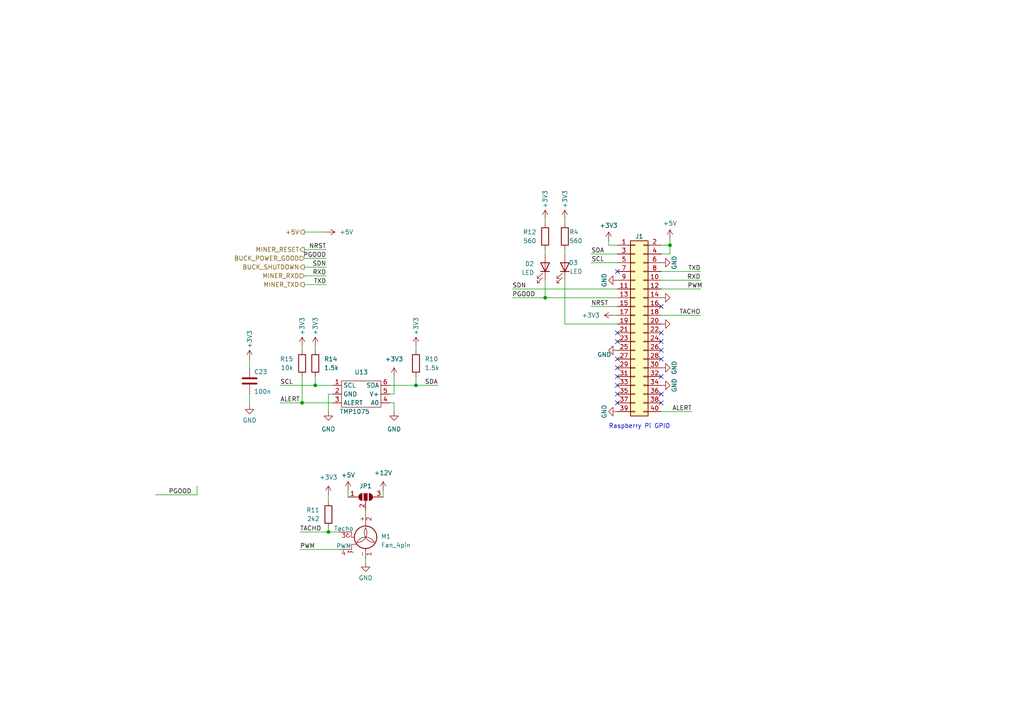
<source format=kicad_sch>
(kicad_sch (version 20230121) (generator eeschema)
  (paper "A4")
  (lib_symbols
    (symbol "Device:C" (pin_numbers hide) (pin_names (offset 0.254))
      (property "Reference" "C" (at 0.635 2.54 0))
      (property "Value" "C" (at 0.635 -2.54 0))
      (symbol "C_0_1"
        (polyline (pts (xy -2.032 -0.762) (xy 2.032 -0.762)) (stroke (width 0.508)))
        (polyline (pts (xy -2.032 0.762) (xy 2.032 0.762)) (stroke (width 0.508)))
      )
      (symbol "C_1_1"
        (pin passive line (at 0 3.81 270) (length 2.794) (name "~") (number "1"))
        (pin passive line (at 0 -3.81 90) (length 2.794) (name "~") (number "2"))
      )
    )
    (symbol "Device:LED" (pin_numbers hide) (pin_names (offset 1.016) hide)
      (property "Reference" "D" (at 0 2.54 0))
      (property "Value" "LED" (at 0 -2.54 0))
      (symbol "LED_0_1"
        (polyline (pts (xy -1.27 -1.27) (xy -1.27 1.27)) (stroke (width 0.254)))
        (polyline (pts (xy -1.27 0) (xy 1.27 0)))
        (polyline (pts (xy 1.27 -1.27) (xy 1.27 1.27) (xy -1.27 0) (xy 1.27 -1.27)) (stroke (width 0.254)))
        (polyline (pts (xy -3.048 -0.762) (xy -4.572 -2.286) (xy -3.81 -2.286) (xy -4.572 -2.286) (xy -4.572 -1.524)))
        (polyline (pts (xy -1.778 -0.762) (xy -3.302 -2.286) (xy -2.54 -2.286) (xy -3.302 -2.286) (xy -3.302 -1.524)))
      )
      (symbol "LED_1_1"
        (pin passive line (at -3.81 0 0) (length 2.54) (name "K") (number "1"))
        (pin passive line (at 3.81 0 180) (length 2.54) (name "A") (number "2"))
      )
    )
    (symbol "Device:R" (pin_numbers hide) (pin_names (offset 0))
      (property "Reference" "R" (at 2.032 0 90))
      (property "Value" "R" (at 0 0 90))
      (symbol "R_0_1"
        (rectangle (start -1.016 -2.54) (end 1.016 2.54) (stroke (width 0.254)))
      )
      (symbol "R_1_1"
        (pin passive line (at 0 3.81 270) (length 1.27) (name "~") (number "1"))
        (pin passive line (at 0 -3.81 90) (length 1.27) (name "~") (number "2"))
      )
    )
    (symbol "GND_1" (power) (pin_names (offset 0))
      (property "Value" "GND_1" (at 0 -3.81 0))
      (symbol "GND_1_0_1"
        (polyline (pts (xy 0 0) (xy 0 -1.27) (xy 1.27 -1.27) (xy 0 -2.54) (xy -1.27 -1.27) (xy 0 -1.27)))
      )
      (symbol "GND_1_1_1"
        (pin power_in line (at 0 0 270) (length 0) hide (name "GND") (number "1"))
      )
    )
    (symbol "Jumper:SolderJumper_3_Open" (pin_names (offset 0) hide)
      (property "Reference" "JP" (at -2.54 -2.54 0))
      (property "Value" "SolderJumper_3_Open" (at 0 2.794 0))
      (symbol "SolderJumper_3_Open_0_1"
        (arc (start -1.016 1.016) (mid -2.0276 0) (end -1.016 -1.016))
        (arc (start -1.016 1.016) (mid -2.0276 0) (end -1.016 -1.016) (fill (type outline)))
        (rectangle (start -0.508 1.016) (end 0.508 -1.016) (fill (type outline)))
        (polyline (pts (xy -2.54 0) (xy -2.032 0)))
        (polyline (pts (xy -1.016 1.016) (xy -1.016 -1.016)))
        (polyline (pts (xy 0 -1.27) (xy 0 -1.016)))
        (polyline (pts (xy 1.016 1.016) (xy 1.016 -1.016)))
        (polyline (pts (xy 2.54 0) (xy 2.032 0)))
        (arc (start 1.016 -1.016) (mid 2.0276 0) (end 1.016 1.016))
        (arc (start 1.016 -1.016) (mid 2.0276 0) (end 1.016 1.016) (fill (type outline)))
      )
      (symbol "SolderJumper_3_Open_1_1"
        (pin passive line (at -5.08 0 0) (length 2.54) (name "A") (number "1"))
        (pin passive line (at 0 -3.81 90) (length 2.54) (name "C") (number "2"))
        (pin passive line (at 5.08 0 180) (length 2.54) (name "B") (number "3"))
      )
    )
    (symbol "Motor:Fan_4pin" (pin_names (offset 0))
      (property "Reference" "M" (at 2.54 5.08 0))
      (property "Value" "Fan_4pin" (at 2.54 -2.54 0))
      (symbol "Fan_4pin_0_0"
        (arc (start -5.588 1.524) (mid -5.08 1.0182) (end -4.572 1.524))
        (arc (start -5.08 2.032) (mid -5.4392 1.8832) (end -5.588 1.524))
        (polyline (pts (xy -5.08 2.032) (xy -5.334 2.159)))
        (polyline (pts (xy -5.08 2.032) (xy -5.207 1.778)))
        (polyline (pts (xy -4.064 2.54) (xy -4.064 1.016) (xy -3.302 1.016)))
      )
      (symbol "Fan_4pin_0_1"
        (arc (start -2.54 -0.508) (mid 0.0028 0.9121) (end 0 3.81))
        (polyline (pts (xy -4.064 2.54) (xy -5.08 2.54)))
        (polyline (pts (xy 0 -5.08) (xy 0 -4.572)))
        (polyline (pts (xy 0 -2.2352) (xy 0 -2.6416)))
        (polyline (pts (xy 0 4.2672) (xy 0 4.6228)))
        (polyline (pts (xy 0 4.572) (xy 0 5.08)))
        (polyline (pts (xy -2.54 -1.016) (xy -4.064 -1.016) (xy -4.064 -2.54) (xy -5.08 -2.54)))
        (polyline (pts (xy -5.334 -3.302) (xy -5.08 -3.302) (xy -5.08 -3.048) (xy -4.826 -3.048) (xy -4.826 -3.302) (xy -4.318 -3.302) (xy -4.318 -3.048) (xy -4.064 -3.048) (xy -4.064 -3.302) (xy -3.556 -3.302)))
        (circle (center 0 1.016) (radius 3.2512) (stroke (width 0.254)))
        (arc (start 0 3.81) (mid 0.053 0.921) (end 2.54 -0.508))
        (arc (start 2.54 -0.508) (mid 0 1.0618) (end -2.54 -0.508))
      )
      (symbol "Fan_4pin_1_1"
        (pin passive line (at 0 -5.08 90) (length 2.54) (name "-") (number "1"))
        (pin passive line (at 0 7.62 270) (length 2.54) (name "+") (number "2"))
        (pin passive line (at -7.62 2.54 0) (length 2.54) (name "Tacho") (number "3"))
        (pin input line (at -7.62 -2.54 0) (length 2.54) (name "PWM") (number "4"))
      )
    )
    (symbol "mylib7:TMP1075-DRL-SOT563"
      (property "Reference" "U" (at -5.08 5.08 0))
      (symbol "TMP1075-DRL-SOT563_0_1"
        (rectangle (start -6.35 3.81) (end 5.08 -3.81))
      )
      (symbol "TMP1075-DRL-SOT563_1_1"
        (pin open_collector line (at -8.89 2.54 0) (length 2.54) (name "SCL") (number "1"))
        (pin power_in line (at -8.89 0 0) (length 2.54) (name "GND") (number "2"))
        (pin open_collector line (at -8.89 -2.54 0) (length 2.54) (name "ALERT") (number "3"))
        (pin input line (at 7.62 -2.54 180) (length 2.54) (name "A0") (number "4"))
        (pin power_in line (at 7.62 0 180) (length 2.54) (name "V+") (number "5"))
        (pin open_collector line (at 7.62 2.54 180) (length 2.54) (name "SDA") (number "6"))
      )
    )
    (symbol "pearldiver-rescue:Conn_02x20_Odd_Even-pearldiver-rescue" (pin_names (offset 1.016) hide)
      (property "Reference" "J" (at 1.27 25.4 0))
      (property "Value" "Conn_02x20_Odd_Even-pearldiver-rescue" (at 1.27 -27.94 0))
      (symbol "Conn_02x20_Odd_Even-pearldiver-rescue_1_1"
        (rectangle (start -1.27 -25.273) (end 0 -25.527) (stroke (width 0.1524)))
        (rectangle (start -1.27 -22.733) (end 0 -22.987) (stroke (width 0.1524)))
        (rectangle (start -1.27 -20.193) (end 0 -20.447) (stroke (width 0.1524)))
        (rectangle (start -1.27 -17.653) (end 0 -17.907) (stroke (width 0.1524)))
        (rectangle (start -1.27 -15.113) (end 0 -15.367) (stroke (width 0.1524)))
        (rectangle (start -1.27 -12.573) (end 0 -12.827) (stroke (width 0.1524)))
        (rectangle (start -1.27 -10.033) (end 0 -10.287) (stroke (width 0.1524)))
        (rectangle (start -1.27 -7.493) (end 0 -7.747) (stroke (width 0.1524)))
        (rectangle (start -1.27 -4.953) (end 0 -5.207) (stroke (width 0.1524)))
        (rectangle (start -1.27 -2.413) (end 0 -2.667) (stroke (width 0.1524)))
        (rectangle (start -1.27 0.127) (end 0 -0.127) (stroke (width 0.1524)))
        (rectangle (start -1.27 2.667) (end 0 2.413) (stroke (width 0.1524)))
        (rectangle (start -1.27 5.207) (end 0 4.953) (stroke (width 0.1524)))
        (rectangle (start -1.27 7.747) (end 0 7.493) (stroke (width 0.1524)))
        (rectangle (start -1.27 10.287) (end 0 10.033) (stroke (width 0.1524)))
        (rectangle (start -1.27 12.827) (end 0 12.573) (stroke (width 0.1524)))
        (rectangle (start -1.27 15.367) (end 0 15.113) (stroke (width 0.1524)))
        (rectangle (start -1.27 17.907) (end 0 17.653) (stroke (width 0.1524)))
        (rectangle (start -1.27 20.447) (end 0 20.193) (stroke (width 0.1524)))
        (rectangle (start -1.27 22.987) (end 0 22.733) (stroke (width 0.1524)))
        (rectangle (start -1.27 24.13) (end 3.81 -26.67) (stroke (width 0.254)) (fill (type background)))
        (rectangle (start 3.81 -25.273) (end 2.54 -25.527) (stroke (width 0.1524)))
        (rectangle (start 3.81 -22.733) (end 2.54 -22.987) (stroke (width 0.1524)))
        (rectangle (start 3.81 -20.193) (end 2.54 -20.447) (stroke (width 0.1524)))
        (rectangle (start 3.81 -17.653) (end 2.54 -17.907) (stroke (width 0.1524)))
        (rectangle (start 3.81 -15.113) (end 2.54 -15.367) (stroke (width 0.1524)))
        (rectangle (start 3.81 -12.573) (end 2.54 -12.827) (stroke (width 0.1524)))
        (rectangle (start 3.81 -10.033) (end 2.54 -10.287) (stroke (width 0.1524)))
        (rectangle (start 3.81 -7.493) (end 2.54 -7.747) (stroke (width 0.1524)))
        (rectangle (start 3.81 -4.953) (end 2.54 -5.207) (stroke (width 0.1524)))
        (rectangle (start 3.81 -2.413) (end 2.54 -2.667) (stroke (width 0.1524)))
        (rectangle (start 3.81 0.127) (end 2.54 -0.127) (stroke (width 0.1524)))
        (rectangle (start 3.81 2.667) (end 2.54 2.413) (stroke (width 0.1524)))
        (rectangle (start 3.81 5.207) (end 2.54 4.953) (stroke (width 0.1524)))
        (rectangle (start 3.81 7.747) (end 2.54 7.493) (stroke (width 0.1524)))
        (rectangle (start 3.81 10.287) (end 2.54 10.033) (stroke (width 0.1524)))
        (rectangle (start 3.81 12.827) (end 2.54 12.573) (stroke (width 0.1524)))
        (rectangle (start 3.81 15.367) (end 2.54 15.113) (stroke (width 0.1524)))
        (rectangle (start 3.81 17.907) (end 2.54 17.653) (stroke (width 0.1524)))
        (rectangle (start 3.81 20.447) (end 2.54 20.193) (stroke (width 0.1524)))
        (rectangle (start 3.81 22.987) (end 2.54 22.733) (stroke (width 0.1524)))
        (pin passive line (at -5.08 22.86 0) (length 3.81) (name "Pin_1") (number "1"))
        (pin passive line (at 7.62 12.7 180) (length 3.81) (name "Pin_10") (number "10"))
        (pin passive line (at -5.08 10.16 0) (length 3.81) (name "Pin_11") (number "11"))
        (pin passive line (at 7.62 10.16 180) (length 3.81) (name "Pin_12") (number "12"))
        (pin passive line (at -5.08 7.62 0) (length 3.81) (name "Pin_13") (number "13"))
        (pin passive line (at 7.62 7.62 180) (length 3.81) (name "Pin_14") (number "14"))
        (pin passive line (at -5.08 5.08 0) (length 3.81) (name "Pin_15") (number "15"))
        (pin passive line (at 7.62 5.08 180) (length 3.81) (name "Pin_16") (number "16"))
        (pin passive line (at -5.08 2.54 0) (length 3.81) (name "Pin_17") (number "17"))
        (pin passive line (at 7.62 2.54 180) (length 3.81) (name "Pin_18") (number "18"))
        (pin passive line (at -5.08 0 0) (length 3.81) (name "Pin_19") (number "19"))
        (pin passive line (at 7.62 22.86 180) (length 3.81) (name "Pin_2") (number "2"))
        (pin passive line (at 7.62 0 180) (length 3.81) (name "Pin_20") (number "20"))
        (pin passive line (at -5.08 -2.54 0) (length 3.81) (name "Pin_21") (number "21"))
        (pin passive line (at 7.62 -2.54 180) (length 3.81) (name "Pin_22") (number "22"))
        (pin passive line (at -5.08 -5.08 0) (length 3.81) (name "Pin_23") (number "23"))
        (pin passive line (at 7.62 -5.08 180) (length 3.81) (name "Pin_24") (number "24"))
        (pin passive line (at -5.08 -7.62 0) (length 3.81) (name "Pin_25") (number "25"))
        (pin passive line (at 7.62 -7.62 180) (length 3.81) (name "Pin_26") (number "26"))
        (pin passive line (at -5.08 -10.16 0) (length 3.81) (name "Pin_27") (number "27"))
        (pin passive line (at 7.62 -10.16 180) (length 3.81) (name "Pin_28") (number "28"))
        (pin passive line (at -5.08 -12.7 0) (length 3.81) (name "Pin_29") (number "29"))
        (pin passive line (at -5.08 20.32 0) (length 3.81) (name "Pin_3") (number "3"))
        (pin passive line (at 7.62 -12.7 180) (length 3.81) (name "Pin_30") (number "30"))
        (pin passive line (at -5.08 -15.24 0) (length 3.81) (name "Pin_31") (number "31"))
        (pin passive line (at 7.62 -15.24 180) (length 3.81) (name "Pin_32") (number "32"))
        (pin passive line (at -5.08 -17.78 0) (length 3.81) (name "Pin_33") (number "33"))
        (pin passive line (at 7.62 -17.78 180) (length 3.81) (name "Pin_34") (number "34"))
        (pin passive line (at -5.08 -20.32 0) (length 3.81) (name "Pin_35") (number "35"))
        (pin passive line (at 7.62 -20.32 180) (length 3.81) (name "Pin_36") (number "36"))
        (pin passive line (at -5.08 -22.86 0) (length 3.81) (name "Pin_37") (number "37"))
        (pin passive line (at 7.62 -22.86 180) (length 3.81) (name "Pin_38") (number "38"))
        (pin passive line (at -5.08 -25.4 0) (length 3.81) (name "Pin_39") (number "39"))
        (pin passive line (at 7.62 20.32 180) (length 3.81) (name "Pin_4") (number "4"))
        (pin passive line (at 7.62 -25.4 180) (length 3.81) (name "Pin_40") (number "40"))
        (pin passive line (at -5.08 17.78 0) (length 3.81) (name "Pin_5") (number "5"))
        (pin passive line (at 7.62 17.78 180) (length 3.81) (name "Pin_6") (number "6"))
        (pin passive line (at -5.08 15.24 0) (length 3.81) (name "Pin_7") (number "7"))
        (pin passive line (at 7.62 15.24 180) (length 3.81) (name "Pin_8") (number "8"))
        (pin passive line (at -5.08 12.7 0) (length 3.81) (name "Pin_9") (number "9"))
      )
    )
    (symbol "pearldiver-rescue:GND-pearldiver-rescue" (power) (pin_names (offset 0))
      (property "Value" "GND-pearldiver-rescue" (at 0 -3.81 0))
      (symbol "GND-pearldiver-rescue_0_1"
        (polyline (pts (xy 0 0) (xy 0 -1.27) (xy 1.27 -1.27) (xy 0 -2.54) (xy -1.27 -1.27) (xy 0 -1.27)))
      )
      (symbol "GND-pearldiver-rescue_1_1"
        (pin power_in line (at 0 0 270) (length 0) hide (name "GND") (number "1"))
      )
    )
    (symbol "power:+12V" (power) (pin_names (offset 0))
      (property "Value" "+12V" (at 0 3.556 0))
      (symbol "+12V_0_1"
        (polyline (pts (xy -0.762 1.27) (xy 0 2.54)))
        (polyline (pts (xy 0 0) (xy 0 2.54)))
        (polyline (pts (xy 0 2.54) (xy 0.762 1.27)))
      )
      (symbol "+12V_1_1"
        (pin power_in line (at 0 0 90) (length 0) hide (name "+12V") (number "1"))
      )
    )
    (symbol "power:+3V3" (power) (pin_names (offset 0))
      (property "Value" "+3V3" (at 0 3.556 0))
      (symbol "+3V3_0_1"
        (polyline (pts (xy -0.762 1.27) (xy 0 2.54)))
        (polyline (pts (xy 0 0) (xy 0 2.54)))
        (polyline (pts (xy 0 2.54) (xy 0.762 1.27)))
      )
      (symbol "+3V3_1_1"
        (pin power_in line (at 0 0 90) (length 0) hide (name "+3V3") (number "1"))
      )
    )
    (symbol "power:+5V" (power) (pin_names (offset 0))
      (property "Value" "+5V" (at 0 3.556 0))
      (symbol "+5V_0_1"
        (polyline (pts (xy -0.762 1.27) (xy 0 2.54)))
        (polyline (pts (xy 0 0) (xy 0 2.54)))
        (polyline (pts (xy 0 2.54) (xy 0.762 1.27)))
      )
      (symbol "+5V_1_1"
        (pin power_in line (at 0 0 90) (length 0) hide (name "+5V") (number "1"))
      )
    )
    (symbol "power:GND" (power) (pin_names (offset 0))
      (property "Value" "GND" (at 0 -3.81 0))
      (symbol "GND_0_1"
        (polyline (pts (xy 0 0) (xy 0 -1.27) (xy 1.27 -1.27) (xy 0 -2.54) (xy -1.27 -1.27) (xy 0 -1.27)))
      )
      (symbol "GND_1_1"
        (pin power_in line (at 0 0 270) (length 0) hide (name "GND") (number "1"))
      )
    )
  )
  (junction (at 158.115 86.36))
  (junction (at 87.63 116.84))
  (junction (at 91.44 111.76))
  (junction (at 95.25 154.305))
  (junction (at 194.31 71.12))
  (junction (at 120.65 111.76))
  (no_connect (at 179.07 116.84))
  (no_connect (at 179.07 99.06))
  (no_connect (at 191.77 88.9))
  (no_connect (at 179.07 109.22))
  (no_connect (at 191.77 96.52))
  (no_connect (at 191.77 99.06))
  (no_connect (at 179.07 96.52))
  (no_connect (at 191.77 109.22))
  (no_connect (at 191.77 114.3))
  (no_connect (at 179.07 111.76))
  (no_connect (at 179.07 106.68))
  (no_connect (at 191.77 101.6))
  (no_connect (at 179.07 104.14))
  (no_connect (at 191.77 116.84))
  (no_connect (at 179.07 78.74))
  (no_connect (at 179.07 114.3))
  (no_connect (at 191.77 104.14))
  (wire (pts (xy 87.63 100.33) (xy 87.63 101.6)))
  (wire (pts (xy 177.8 91.44) (xy 179.07 91.44)))
  (wire (pts (xy 191.77 71.12) (xy 194.31 71.12)))
  (wire (pts (xy 120.65 111.76) (xy 127 111.76)))
  (wire (pts (xy 120.65 100.33) (xy 120.65 101.6)))
  (wire (pts (xy 106.045 161.925) (xy 106.045 163.195)))
  (wire (pts (xy 158.115 63.5) (xy 158.115 64.77)))
  (wire (pts (xy 95.25 143.51) (xy 95.25 145.415)))
  (wire (pts (xy 88.265 72.39) (xy 94.615 72.39)))
  (wire (pts (xy 72.39 104.14) (xy 72.39 106.68)))
  (wire (pts (xy 96.52 114.3) (xy 95.25 114.3)))
  (wire (pts (xy 113.03 114.3) (xy 114.3 114.3)))
  (wire (pts (xy 194.31 73.66) (xy 194.31 71.12)))
  (wire (pts (xy 88.265 82.55) (xy 94.615 82.55)))
  (wire (pts (xy 179.07 71.12) (xy 176.53 71.12)))
  (wire (pts (xy 100.965 142.24) (xy 100.965 144.145)))
  (wire (pts (xy 86.995 159.385) (xy 98.425 159.385)))
  (wire (pts (xy 163.83 93.98) (xy 179.07 93.98)))
  (wire (pts (xy 191.77 73.66) (xy 194.31 73.66)))
  (wire (pts (xy 191.77 91.44) (xy 203.2 91.44)))
  (wire (pts (xy 87.63 109.22) (xy 87.63 116.84)))
  (wire (pts (xy 95.25 153.035) (xy 95.25 154.305)))
  (wire (pts (xy 88.265 77.47) (xy 94.615 77.47)))
  (wire (pts (xy 194.31 69.215) (xy 194.31 71.12)))
  (wire (pts (xy 81.28 111.76) (xy 91.44 111.76)))
  (wire (pts (xy 88.265 67.31) (xy 94.615 67.31)))
  (wire (pts (xy 158.115 72.39) (xy 158.115 73.66)))
  (wire (pts (xy 148.59 86.36) (xy 158.115 86.36)))
  (wire (pts (xy 176.53 71.12) (xy 176.53 69.85)))
  (wire (pts (xy 191.77 83.82) (xy 203.2 83.82)))
  (wire (pts (xy 114.3 114.3) (xy 114.3 109.22)))
  (wire (pts (xy 91.44 109.22) (xy 91.44 111.76)))
  (wire (pts (xy 91.44 100.33) (xy 91.44 101.6)))
  (wire (pts (xy 171.45 76.2) (xy 179.07 76.2)))
  (wire (pts (xy 171.45 73.66) (xy 179.07 73.66)))
  (wire (pts (xy 148.59 83.82) (xy 179.07 83.82)))
  (wire (pts (xy 111.125 142.24) (xy 111.125 144.145)))
  (wire (pts (xy 91.44 111.76) (xy 96.52 111.76)))
  (wire (pts (xy 191.77 81.28) (xy 203.2 81.28)))
  (wire (pts (xy 158.115 81.28) (xy 158.115 86.36)))
  (wire (pts (xy 57.15 140.97) (xy 57.15 143.51)))
  (wire (pts (xy 88.265 74.93) (xy 94.615 74.93)))
  (wire (pts (xy 86.995 154.305) (xy 95.25 154.305)))
  (wire (pts (xy 191.77 78.74) (xy 203.2 78.74)))
  (wire (pts (xy 81.28 116.84) (xy 87.63 116.84)))
  (wire (pts (xy 114.3 116.84) (xy 113.03 116.84)))
  (wire (pts (xy 95.25 114.3) (xy 95.25 119.38)))
  (wire (pts (xy 158.115 86.36) (xy 179.07 86.36)))
  (wire (pts (xy 95.25 154.305) (xy 98.425 154.305)))
  (wire (pts (xy 163.83 63.5) (xy 163.83 64.77)))
  (wire (pts (xy 171.45 88.9) (xy 179.07 88.9)))
  (wire (pts (xy 163.83 72.39) (xy 163.83 73.66)))
  (wire (pts (xy 120.65 109.22) (xy 120.65 111.76)))
  (wire (pts (xy 163.83 81.28) (xy 163.83 93.98)))
  (wire (pts (xy 45.085 143.51) (xy 57.15 143.51)))
  (wire (pts (xy 106.045 147.955) (xy 106.045 149.225)))
  (wire (pts (xy 113.03 111.76) (xy 120.65 111.76)))
  (wire (pts (xy 87.63 116.84) (xy 96.52 116.84)))
  (wire (pts (xy 114.3 119.38) (xy 114.3 116.84)))
  (wire (pts (xy 88.265 80.01) (xy 94.615 80.01)))
  (wire (pts (xy 191.77 119.38) (xy 200.66 119.38)))
  (wire (pts (xy 72.39 114.3) (xy 72.39 117.475)))
  (text "Raspberry Pi GPIO" (at 176.53 124.46 0) (effects (font (size 1.27 1.27)) (justify left bottom)))
  (label "SDN" (at 94.615 77.47 180))
  (label "ALERT" (at 200.66 119.38 180))
  (label "PWM" (at 199.39 83.82 0))
  (label "SDA" (at 127 111.76 180))
  (label "NRST" (at 94.615 72.39 180))
  (label "PGOOD" (at 148.59 86.36 0))
  (label "NRST" (at 171.45 88.9 0))
  (label "SDN" (at 148.59 83.82 0))
  (label "RXD" (at 203.2 81.28 180))
  (label "TXD" (at 203.2 78.74 180))
  (label "RXD" (at 94.615 80.01 180))
  (label "ALERT" (at 81.28 116.84 0))
  (label "SDA" (at 175.26 73.66 180))
  (label "SCL" (at 175.26 76.2 180))
  (label "PGOOD" (at 48.895 143.51 0))
  (label "TXD" (at 94.615 82.55 180))
  (label "TACHO" (at 203.2 91.44 180))
  (label "PWM" (at 86.995 159.385 0))
  (label "SCL" (at 81.28 111.76 0))
  (label "TACHO" (at 86.995 154.305 0))
  (label "PGOOD" (at 94.615 74.93 180))
  (hierarchical_label "MINER_RXD" (shape input) (at 88.265 80.01 180))
  (hierarchical_label "MINER_RESET" (shape output) (at 88.265 72.39 180))
  (hierarchical_label "BUCK_SHUTDOWN" (shape output) (at 88.265 77.47 180))
  (hierarchical_label "+5V" (shape output) (at 88.265 67.31 180))
  (hierarchical_label "MINER_TXD" (shape output) (at 88.265 82.55 180))
  (hierarchical_label "BUCK_POWER_GOOD" (shape input) (at 88.265 74.93 180))
  (symbol (lib_id "Device:LED") (at 163.83 77.47 270) (mirror x) (unit 1)
    (property "Reference" "D3" (at 167.64 76.2 90) (effects (justify right)))
    (property "Value" "LED" (at 168.91 78.74 90) (effects (justify right)))
    (property "Footprint" "LED_SMD:LED_1206_3216Metric" (effects hide))
  )
  (symbol (lib_id "Device:R") (at 163.83 68.58 0) (unit 1)
    (property "Reference" "R4" (at 165.1 67.31 0) (effects (justify left)))
    (property "Value" "560" (at 165.1 69.85 0) (effects (justify left)))
    (property "Footprint" "Resistor_SMD:R_0805_2012Metric" (effects hide))
  )
  (symbol (lib_id "power:+5V") (at 194.31 69.215 0) (unit 1)
    (property "Reference" "#PWR065" (effects hide))
    (property "Value" "+5V" (at 194.31 64.77 0))
  )
  (symbol (lib_id "power:+3V3") (at 176.53 69.85 0) (unit 1)
    (property "Reference" "#PWR066" (effects hide))
    (property "Value" "+3V3" (at 176.53 65.405 0))
  )
  (symbol (lib_id "Device:R") (at 120.65 105.41 0) (unit 1)
    (property "Reference" "R10" (at 123.19 104.14 0) (effects (justify left)))
    (property "Value" "1.5k" (at 123.19 106.68 0) (effects (justify left)))
    (property "Footprint" "Resistor_SMD:R_0805_2012Metric" (effects hide))
  )
  (symbol (lib_id "power:+5V") (at 94.615 67.31 270) (unit 1)
    (property "Reference" "#PWR020" (effects hide))
    (property "Value" "+5V" (at 98.425 67.31 90) (effects (justify left)))
  )
  (symbol (lib_id "Device:R") (at 95.25 149.225 0) (mirror y) (unit 1)
    (property "Reference" "R11" (at 92.71 147.955 0) (effects (justify left)))
    (property "Value" "2k2" (at 92.71 150.495 0) (effects (justify left)))
    (property "Footprint" "Resistor_SMD:R_0805_2012Metric" (effects hide))
  )
  (symbol (lib_id "pearldiver-rescue:GND-pearldiver-rescue") (at 179.07 81.28 270) (unit 1)
    (property "Reference" "#PWR0220" (effects hide))
    (property "Value" "GND" (at 175.26 81.28 0))
    (instances (project "pearldiver" (path "" (reference "#PWR0220") (unit 1))) (project "piaxe" (path "" (reference "#PWR058") (unit 1))))
  )
  (symbol (lib_name "GND_1") (lib_id "power:GND") (at 114.3 119.38 0) (unit 1)
    (property "Reference" "#PWR097" (effects hide))
    (property "Value" "GND" (at 114.3 124.46 0))
    (instances (project "piaxe" (path "" (reference "#PWR097") (unit 1)) (path "" (reference "#PWR0102") (unit 1))))
  )
  (symbol (lib_id "power:+12V") (at 111.125 142.24 0) (unit 1)
    (property "Reference" "#PWR091" (effects hide))
    (property "Value" "+12V" (at 111.125 137.16 0))
  )
  (symbol (lib_id "pearldiver-rescue:GND-pearldiver-rescue") (at 191.77 106.68 90) (unit 1)
    (property "Reference" "#PWR0226" (effects hide))
    (property "Value" "GND" (at 195.58 106.68 0))
    (instances (project "pearldiver" (path "" (reference "#PWR0226") (unit 1))) (project "piaxe" (path "" (reference "#PWR064") (unit 1))))
  )
  (symbol (lib_id "Device:LED") (at 158.115 77.47 270) (mirror x) (unit 1)
    (property "Reference" "D2" (at 154.94 76.5175 90) (effects (justify right)))
    (property "Value" "LED" (at 154.94 79.0575 90) (effects (justify right)))
    (property "Footprint" "LED_SMD:LED_1206_3216Metric" (effects hide))
  )
  (symbol (lib_id "Device:R") (at 158.115 68.58 0) (mirror y) (unit 1)
    (property "Reference" "R12" (at 155.575 67.31 0) (effects (justify left)))
    (property "Value" "560" (at 155.575 69.85 0) (effects (justify left)))
    (property "Footprint" "Resistor_SMD:R_0805_2012Metric" (effects hide))
  )
  (symbol (lib_id "Jumper:SolderJumper_3_Open") (at 106.045 144.145 0) (unit 1)
    (property "Reference" "JP1" (at 106.045 140.97 0))
    (property "Value" "SolderJumper_3_Open" (effects hide))
    (property "Footprint" "Jumper:SolderJumper-3_P1.3mm_Open_RoundedPad1.0x1.5mm" (effects hide))
    (property "Distributor" "-" (effects hide))
  )
  (symbol (lib_name "GND_1") (lib_id "power:GND") (at 95.25 119.38 0) (unit 1)
    (property "Reference" "#PWR097" (effects hide))
    (property "Value" "GND" (at 95.25 124.46 0))
  )
  (symbol (lib_id "power:GND") (at 72.39 117.475 0) (mirror y) (unit 1)
    (property "Reference" "#PWR026" (effects hide))
    (property "Value" "GND" (at 72.39 121.92 0))
    (instances (project "piaxe" (path "" (reference "#PWR026") (unit 1)) (path "" (reference "#PWR0106") (unit 1))))
  )
  (symbol (lib_id "pearldiver-rescue:Conn_02x20_Odd_Even-pearldiver-rescue") (at 184.15 93.98 0) (unit 1)
    (property "Reference" "J1" (at 185.42 68.58 0))
    (property "Value" "Conn_02x20_Odd_Even" (effects hide))
    (property "Footprint" "Connector_PinSocket_2.54mm:PinSocket_2x20_P2.54mm_Vertical" (effects hide))
    (property "Distributor" "X" (effects hide))
    (instances (project "pearldiver" (path "" (reference "J1") (unit 1))) (project "piaxe" (path "" (reference "J2") (unit 1))))
  )
  (symbol (lib_id "pearldiver-rescue:GND-pearldiver-rescue") (at 191.77 93.98 90) (unit 1)
    (property "Reference" "#PWR0225" (effects hide))
    (property "Value" "GND" (effects hide))
    (instances (project "pearldiver" (path "" (reference "#PWR0225") (unit 1))) (project "piaxe" (path "" (reference "#PWR063") (unit 1))))
  )
  (symbol (lib_id "power:+3V3") (at 158.115 63.5 0) (unit 1)
    (property "Reference" "#PWR017" (effects hide))
    (property "Value" "+3V3" (at 158.115 57.785 90))
  )
  (symbol (lib_id "pearldiver-rescue:GND-pearldiver-rescue") (at 179.07 119.38 270) (unit 1)
    (property "Reference" "#PWR0222" (effects hide))
    (property "Value" "GND" (at 175.26 119.38 0))
    (instances (project "pearldiver" (path "" (reference "#PWR0222") (unit 1))) (project "piaxe" (path "" (reference "#PWR060") (unit 1))))
  )
  (symbol (lib_id "power:+3V3") (at 163.83 63.5 0) (unit 1)
    (property "Reference" "#PWR070" (effects hide))
    (property "Value" "+3V3" (at 163.83 57.785 90))
  )
  (symbol (lib_id "pearldiver-rescue:GND-pearldiver-rescue") (at 179.07 101.6 270) (unit 1)
    (property "Reference" "#PWR0221" (effects hide))
    (property "Value" "GND" (at 175.26 102.87 90))
    (instances (project "pearldiver" (path "" (reference "#PWR0221") (unit 1))) (project "piaxe" (path "" (reference "#PWR059") (unit 1))))
  )
  (symbol (lib_id "power:+3V3") (at 120.65 100.33 0) (unit 1)
    (property "Reference" "#PWR0105" (effects hide))
    (property "Value" "+3V3" (at 120.65 94.615 90))
  )
  (symbol (lib_id "Motor:Fan_4pin") (at 106.045 156.845 0) (unit 1)
    (property "Reference" "M1" (at 110.49 155.575 0) (effects (justify left)))
    (property "Value" "Fan_4pin" (at 110.49 158.115 0) (effects (justify left)))
    (property "Footprint" "Connector:FanPinHeader_1x04_P2.54mm_Vertical" (effects hide))
    (property "Datasheet" "http://www.formfactors.org/developer%5Cspecs%5Crev1_2_public.pdf" (effects hide))
    (property "Distributor" "D" (effects hide))
    (property "Manufacturer" "0470531000" (effects hide))
    (property "OrderNr" "WM4330-ND" (effects hide))
  )
  (symbol (lib_id "mylib7:TMP1075-DRL-SOT563") (at 105.41 114.3 0) (unit 1)
    (property "Reference" "U13" (at 104.775 107.95 0))
    (property "Value" "TMP1075" (at 102.87 119.38 0))
    (property "Footprint" "myfootprints:TMP1075-DRL" (effects hide))
    (property "Distributor" "D" (effects hide))
    (property "Manufacturer" "TMP1075NDRLR" (effects hide))
    (property "OrderNr" "296-TMP1075NDRLRCT-ND" (effects hide))
  )
  (symbol (lib_id "pearldiver-rescue:GND-pearldiver-rescue") (at 191.77 111.76 90) (unit 1)
    (property "Reference" "#PWR0226" (effects hide))
    (property "Value" "GND" (at 195.58 111.76 0))
    (instances (project "pearldiver" (path "" (reference "#PWR0226") (unit 1))) (project "piaxe" (path "" (reference "#PWR067") (unit 1))))
  )
  (symbol (lib_id "Device:R") (at 91.44 105.41 0) (unit 1)
    (property "Reference" "R14" (at 93.98 104.14 0) (effects (justify left)))
    (property "Value" "1.5k" (at 93.98 106.68 0) (effects (justify left)))
    (property "Footprint" "Resistor_SMD:R_0805_2012Metric" (effects hide))
  )
  (symbol (lib_id "power:+3V3") (at 95.25 143.51 0) (unit 1)
    (property "Reference" "#PWR012" (effects hide))
    (property "Value" "+3V3" (at 95.25 138.43 0))
  )
  (symbol (lib_id "Device:C") (at 72.39 110.49 0) (unit 1)
    (property "Reference" "C23" (at 73.66 108.585 0) (effects (justify left bottom)))
    (property "Value" "100n" (at 73.66 114.3 0) (effects (justify left bottom)))
    (property "Footprint" "Capacitor_SMD:C_0805_2012Metric" (effects hide))
    (property "PARTNO" "0402X104K100CT" (effects hide))
    (instances (project "piaxe" (path "" (reference "C23") (unit 1)) (path "" (reference "C26") (unit 1))))
  )
  (symbol (lib_id "power:+3V3") (at 177.8 91.44 90) (unit 1)
    (property "Reference" "#PWR057" (effects hide))
    (property "Value" "+3V3" (at 173.99 91.44 90) (effects (justify left)))
  )
  (symbol (lib_id "pearldiver-rescue:GND-pearldiver-rescue") (at 191.77 86.36 90) (unit 1)
    (property "Reference" "#PWR0224" (effects hide))
    (property "Value" "GND" (effects hide))
    (instances (project "pearldiver" (path "" (reference "#PWR0224") (unit 1))) (project "piaxe" (path "" (reference "#PWR062") (unit 1))))
  )
  (symbol (lib_id "pearldiver-rescue:GND-pearldiver-rescue") (at 191.77 76.2 90) (unit 1)
    (property "Reference" "#PWR0223" (effects hide))
    (property "Value" "GND" (at 195.58 76.2 0))
    (instances (project "pearldiver" (path "" (reference "#PWR0223") (unit 1))) (project "piaxe" (path "" (reference "#PWR061") (unit 1))))
  )
  (symbol (lib_id "power:+5V") (at 100.965 142.24 0) (unit 1)
    (property "Reference" "#PWR014" (effects hide))
    (property "Value" "+5V" (at 100.965 137.795 0))
  )
  (symbol (lib_id "power:+3V3") (at 87.63 100.33 0) (mirror y) (unit 1)
    (property "Reference" "#PWR0103" (effects hide))
    (property "Value" "+3V3" (at 87.63 94.615 90))
  )
  (symbol (lib_id "power:+3V3") (at 72.39 104.14 0) (mirror y) (unit 1)
    (property "Reference" "#PWR0107" (effects hide))
    (property "Value" "+3V3" (at 72.39 98.425 90))
  )
  (symbol (lib_id "power:GND") (at 106.045 163.195 0) (unit 1)
    (property "Reference" "#PWR013" (effects hide))
    (property "Value" "GND" (at 106.045 167.64 0))
  )
  (symbol (lib_id "power:+3V3") (at 114.3 109.22 0) (unit 1)
    (property "Reference" "#PWR0101" (effects hide))
    (property "Value" "+3V3" (at 114.3 104.14 0))
  )
  (symbol (lib_id "Device:R") (at 87.63 105.41 0) (mirror y) (unit 1)
    (property "Reference" "R15" (at 85.09 104.14 0) (effects (justify left)))
    (property "Value" "10k" (at 85.09 106.68 0) (effects (justify left)))
    (property "Footprint" "Resistor_SMD:R_0805_2012Metric" (effects hide))
  )
  (symbol (lib_id "power:+3V3") (at 91.44 100.33 0) (unit 1)
    (property "Reference" "#PWR0104" (effects hide))
    (property "Value" "+3V3" (at 91.44 94.615 90))
  )
)
</source>
